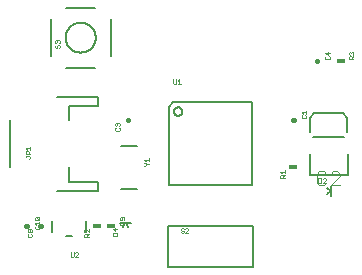
<source format=gbr>
G04 EAGLE Gerber RS-274X export*
G75*
%MOMM*%
%FSLAX34Y34*%
%LPD*%
%INSilkscreen Top*%
%IPPOS*%
%AMOC8*
5,1,8,0,0,1.08239X$1,22.5*%
G01*
%ADD10C,0.152400*%
%ADD11C,0.025400*%
%ADD12C,0.203200*%
%ADD13R,0.711200X0.406400*%
%ADD14C,0.406400*%
%ADD15C,0.101600*%


D10*
X35050Y35050D02*
X35050Y-35050D01*
X-35050Y-35050D01*
X-35050Y31500D01*
X-31500Y35050D02*
X35050Y35050D01*
X-31500Y35050D02*
X-35050Y31500D01*
X-31024Y27432D02*
X-31022Y27551D01*
X-31016Y27671D01*
X-31006Y27790D01*
X-30992Y27908D01*
X-30974Y28026D01*
X-30953Y28144D01*
X-30927Y28260D01*
X-30898Y28376D01*
X-30864Y28491D01*
X-30827Y28604D01*
X-30786Y28716D01*
X-30742Y28827D01*
X-30694Y28937D01*
X-30642Y29044D01*
X-30587Y29150D01*
X-30528Y29254D01*
X-30465Y29356D01*
X-30400Y29455D01*
X-30331Y29553D01*
X-30259Y29648D01*
X-30184Y29741D01*
X-30105Y29831D01*
X-30024Y29919D01*
X-29940Y30003D01*
X-29853Y30085D01*
X-29764Y30164D01*
X-29672Y30240D01*
X-29577Y30313D01*
X-29480Y30383D01*
X-29381Y30449D01*
X-29279Y30512D01*
X-29176Y30572D01*
X-29071Y30628D01*
X-28964Y30681D01*
X-28855Y30730D01*
X-28744Y30776D01*
X-28632Y30817D01*
X-28519Y30855D01*
X-28405Y30890D01*
X-28289Y30920D01*
X-28173Y30947D01*
X-28056Y30969D01*
X-27938Y30988D01*
X-27819Y31003D01*
X-27700Y31014D01*
X-27581Y31021D01*
X-27462Y31024D01*
X-27342Y31023D01*
X-27223Y31018D01*
X-27104Y31009D01*
X-26985Y30996D01*
X-26867Y30979D01*
X-26750Y30959D01*
X-26633Y30934D01*
X-26517Y30905D01*
X-26402Y30873D01*
X-26288Y30837D01*
X-26175Y30797D01*
X-26064Y30753D01*
X-25955Y30706D01*
X-25847Y30655D01*
X-25740Y30601D01*
X-25636Y30543D01*
X-25534Y30481D01*
X-25433Y30417D01*
X-25335Y30348D01*
X-25239Y30277D01*
X-25146Y30203D01*
X-25055Y30125D01*
X-24967Y30045D01*
X-24882Y29961D01*
X-24799Y29875D01*
X-24719Y29786D01*
X-24642Y29695D01*
X-24569Y29601D01*
X-24498Y29504D01*
X-24431Y29406D01*
X-24367Y29305D01*
X-24306Y29202D01*
X-24249Y29097D01*
X-24196Y28991D01*
X-24146Y28882D01*
X-24099Y28772D01*
X-24057Y28661D01*
X-24018Y28548D01*
X-23982Y28434D01*
X-23951Y28318D01*
X-23924Y28202D01*
X-23900Y28085D01*
X-23880Y27967D01*
X-23864Y27849D01*
X-23852Y27730D01*
X-23844Y27611D01*
X-23840Y27492D01*
X-23840Y27372D01*
X-23844Y27253D01*
X-23852Y27134D01*
X-23864Y27015D01*
X-23880Y26897D01*
X-23900Y26779D01*
X-23924Y26662D01*
X-23951Y26546D01*
X-23982Y26430D01*
X-24018Y26316D01*
X-24057Y26203D01*
X-24099Y26092D01*
X-24146Y25982D01*
X-24196Y25873D01*
X-24249Y25767D01*
X-24306Y25662D01*
X-24367Y25559D01*
X-24431Y25458D01*
X-24498Y25360D01*
X-24569Y25263D01*
X-24642Y25169D01*
X-24719Y25078D01*
X-24799Y24989D01*
X-24882Y24903D01*
X-24967Y24819D01*
X-25055Y24739D01*
X-25146Y24661D01*
X-25239Y24587D01*
X-25335Y24516D01*
X-25433Y24447D01*
X-25534Y24383D01*
X-25636Y24321D01*
X-25740Y24263D01*
X-25847Y24209D01*
X-25955Y24158D01*
X-26064Y24111D01*
X-26175Y24067D01*
X-26288Y24027D01*
X-26402Y23991D01*
X-26517Y23959D01*
X-26633Y23930D01*
X-26750Y23905D01*
X-26867Y23885D01*
X-26985Y23868D01*
X-27104Y23855D01*
X-27223Y23846D01*
X-27342Y23841D01*
X-27462Y23840D01*
X-27581Y23843D01*
X-27700Y23850D01*
X-27819Y23861D01*
X-27938Y23876D01*
X-28056Y23895D01*
X-28173Y23917D01*
X-28289Y23944D01*
X-28405Y23974D01*
X-28519Y24009D01*
X-28632Y24047D01*
X-28744Y24088D01*
X-28855Y24134D01*
X-28964Y24183D01*
X-29071Y24236D01*
X-29176Y24292D01*
X-29279Y24352D01*
X-29381Y24415D01*
X-29480Y24481D01*
X-29577Y24551D01*
X-29672Y24624D01*
X-29764Y24700D01*
X-29853Y24779D01*
X-29940Y24861D01*
X-30024Y24945D01*
X-30105Y25033D01*
X-30184Y25123D01*
X-30259Y25216D01*
X-30331Y25311D01*
X-30400Y25409D01*
X-30465Y25508D01*
X-30528Y25610D01*
X-30587Y25714D01*
X-30642Y25820D01*
X-30694Y25927D01*
X-30742Y26037D01*
X-30786Y26148D01*
X-30827Y26260D01*
X-30864Y26373D01*
X-30898Y26488D01*
X-30927Y26604D01*
X-30953Y26720D01*
X-30974Y26838D01*
X-30992Y26956D01*
X-31006Y27074D01*
X-31016Y27193D01*
X-31022Y27313D01*
X-31024Y27432D01*
D11*
X-31623Y51563D02*
X-31623Y54740D01*
X-31623Y51563D02*
X-30987Y50927D01*
X-29716Y50927D01*
X-29081Y51563D01*
X-29081Y54740D01*
X-27881Y53469D02*
X-26610Y54740D01*
X-26610Y50927D01*
X-27881Y50927D02*
X-25339Y50927D01*
D12*
X101700Y-40000D02*
X101700Y-44600D01*
X101700Y-40000D02*
X101700Y-35400D01*
X101700Y-40000D02*
X98600Y-42338D01*
X101546Y-39746D02*
X98600Y-37816D01*
D11*
X91237Y-32888D02*
X91237Y-29075D01*
X91237Y-32888D02*
X93144Y-32888D01*
X93779Y-32252D01*
X93779Y-29710D01*
X93144Y-29075D01*
X91237Y-29075D01*
X94979Y-32888D02*
X97521Y-32888D01*
X94979Y-32888D02*
X97521Y-30346D01*
X97521Y-29710D01*
X96886Y-29075D01*
X95615Y-29075D01*
X94979Y-29710D01*
D13*
X70000Y-20000D03*
D11*
X62888Y-28763D02*
X59075Y-28763D01*
X59075Y-26856D01*
X59710Y-26221D01*
X60981Y-26221D01*
X61617Y-26856D01*
X61617Y-28763D01*
X61617Y-27492D02*
X62888Y-26221D01*
X60346Y-25021D02*
X59075Y-23750D01*
X62888Y-23750D01*
X62888Y-25021D02*
X62888Y-22479D01*
D13*
X110000Y70000D03*
D11*
X117109Y71533D02*
X120922Y71533D01*
X117109Y71533D02*
X117109Y73439D01*
X117744Y74075D01*
X119015Y74075D01*
X119651Y73439D01*
X119651Y71533D01*
X119651Y72804D02*
X120922Y74075D01*
X117744Y75275D02*
X117109Y75910D01*
X117109Y77182D01*
X117744Y77817D01*
X118380Y77817D01*
X119015Y77182D01*
X119015Y76546D01*
X119015Y77182D02*
X119651Y77817D01*
X120286Y77817D01*
X120922Y77182D01*
X120922Y75910D01*
X120286Y75275D01*
D14*
X70305Y20000D02*
X69695Y20000D01*
D11*
X77109Y23439D02*
X77744Y24075D01*
X77109Y23439D02*
X77109Y22168D01*
X77744Y21533D01*
X80286Y21533D01*
X80922Y22168D01*
X80922Y23439D01*
X80286Y24075D01*
X78380Y25275D02*
X77109Y26546D01*
X80922Y26546D01*
X80922Y25275D02*
X80922Y27817D01*
D12*
X116000Y-9000D02*
X116000Y-26000D01*
X84500Y-26000D01*
X84500Y-9000D01*
X115500Y10000D02*
X115500Y22000D01*
X112000Y26000D01*
X87500Y26000D01*
X84500Y22000D01*
X84500Y10000D01*
X84500Y22000D01*
X86890Y6090D02*
X112860Y6090D01*
D15*
X95667Y-23198D02*
X97616Y-25147D01*
X95667Y-23198D02*
X91769Y-23198D01*
X89820Y-25147D01*
X89820Y-32943D01*
X91769Y-34892D01*
X95667Y-34892D01*
X97616Y-32943D01*
X101514Y-34892D02*
X109310Y-34892D01*
X101514Y-34892D02*
X109310Y-27096D01*
X109310Y-25147D01*
X107361Y-23198D01*
X103463Y-23198D01*
X101514Y-25147D01*
D14*
X-69695Y20000D02*
X-70305Y20000D01*
D11*
X-80290Y13779D02*
X-80925Y13144D01*
X-80925Y11873D01*
X-80290Y11237D01*
X-77748Y11237D01*
X-77112Y11873D01*
X-77112Y13144D01*
X-77748Y13779D01*
X-80290Y14979D02*
X-80925Y15615D01*
X-80925Y16886D01*
X-80290Y17521D01*
X-79654Y17521D01*
X-79019Y16886D01*
X-79019Y16250D01*
X-79019Y16886D02*
X-78383Y17521D01*
X-77748Y17521D01*
X-77112Y16886D01*
X-77112Y15615D01*
X-77748Y14979D01*
D12*
X-75500Y-38000D02*
X-62500Y-38000D01*
X-62500Y-2000D02*
X-75500Y-2000D01*
D11*
X-56176Y-18467D02*
X-55541Y-18467D01*
X-54270Y-17196D01*
X-55541Y-15925D01*
X-56176Y-15925D01*
X-54270Y-17196D02*
X-52363Y-17196D01*
X-54905Y-14725D02*
X-56176Y-13454D01*
X-52363Y-13454D01*
X-52363Y-14725D02*
X-52363Y-12183D01*
D14*
X89695Y70000D02*
X90305Y70000D01*
D11*
X97109Y73439D02*
X97744Y74075D01*
X97109Y73439D02*
X97109Y72168D01*
X97744Y71533D01*
X100286Y71533D01*
X100922Y72168D01*
X100922Y73439D01*
X100286Y74075D01*
X100922Y77182D02*
X97109Y77182D01*
X99015Y75275D01*
X99015Y77817D01*
D12*
X-95000Y-40000D02*
X-130000Y-40000D01*
X-95000Y-40000D02*
X-95000Y-32000D01*
X-120000Y-32000D01*
X-120000Y-20000D01*
X-120000Y20000D02*
X-120000Y32000D01*
X-95000Y32000D01*
X-95000Y40000D01*
X-130000Y40000D01*
X-170000Y20000D02*
X-170000Y-20000D01*
D11*
X-153463Y-12573D02*
X-152827Y-11937D01*
X-152827Y-11302D01*
X-153463Y-10666D01*
X-156640Y-10666D01*
X-156640Y-10031D02*
X-156640Y-11302D01*
X-156640Y-8831D02*
X-152827Y-8831D01*
X-156640Y-8831D02*
X-156640Y-6924D01*
X-156005Y-6289D01*
X-154734Y-6289D01*
X-154098Y-6924D01*
X-154098Y-8831D01*
X-155369Y-5089D02*
X-156640Y-3818D01*
X-152827Y-3818D01*
X-152827Y-5089D02*
X-152827Y-2547D01*
D12*
X-36000Y-69500D02*
X-36000Y-104500D01*
X36000Y-104500D01*
X36000Y-69500D01*
X-36000Y-69500D01*
D11*
X-23366Y-71630D02*
X-22731Y-72265D01*
X-23366Y-71630D02*
X-24637Y-71630D01*
X-25273Y-72265D01*
X-25273Y-72901D01*
X-24637Y-73536D01*
X-23366Y-73536D01*
X-22731Y-74172D01*
X-22731Y-74807D01*
X-23366Y-75443D01*
X-24637Y-75443D01*
X-25273Y-74807D01*
X-21531Y-75443D02*
X-18989Y-75443D01*
X-21531Y-75443D02*
X-18989Y-72901D01*
X-18989Y-72265D01*
X-19624Y-71630D01*
X-20895Y-71630D01*
X-21531Y-72265D01*
D14*
X-143695Y-70000D02*
X-144305Y-70000D01*
D11*
X-154290Y-76221D02*
X-154925Y-76856D01*
X-154925Y-78127D01*
X-154290Y-78763D01*
X-151748Y-78763D01*
X-151112Y-78127D01*
X-151112Y-76856D01*
X-151748Y-76221D01*
X-151748Y-75021D02*
X-151112Y-74385D01*
X-151112Y-73114D01*
X-151748Y-72479D01*
X-154290Y-72479D01*
X-154925Y-73114D01*
X-154925Y-74385D01*
X-154290Y-75021D01*
X-153654Y-75021D01*
X-153019Y-74385D01*
X-153019Y-72479D01*
D14*
X-155695Y-70000D02*
X-156305Y-70000D01*
D11*
X-148891Y-70303D02*
X-148256Y-69667D01*
X-148891Y-70303D02*
X-148891Y-71574D01*
X-148256Y-72209D01*
X-145714Y-72209D01*
X-145078Y-71574D01*
X-145078Y-70303D01*
X-145714Y-69667D01*
X-147620Y-68467D02*
X-148891Y-67196D01*
X-145078Y-67196D01*
X-145078Y-68467D02*
X-145078Y-65925D01*
X-145714Y-64725D02*
X-148256Y-64725D01*
X-148891Y-64090D01*
X-148891Y-62818D01*
X-148256Y-62183D01*
X-145714Y-62183D01*
X-145078Y-62818D01*
X-145078Y-64090D01*
X-145714Y-64725D01*
X-148256Y-62183D01*
D12*
X-72000Y-67300D02*
X-67400Y-67300D01*
X-72000Y-67300D02*
X-76600Y-67300D01*
X-72000Y-67300D02*
X-69662Y-70400D01*
X-72254Y-67454D02*
X-74184Y-70400D01*
D11*
X-79112Y-77763D02*
X-82925Y-77763D01*
X-79112Y-77763D02*
X-79112Y-75856D01*
X-79748Y-75221D01*
X-82290Y-75221D01*
X-82925Y-75856D01*
X-82925Y-77763D01*
X-82925Y-72114D02*
X-79112Y-72114D01*
X-81019Y-74021D02*
X-82925Y-72114D01*
X-81019Y-71479D02*
X-81019Y-74021D01*
D13*
X-84000Y-70000D03*
D11*
X-76891Y-68467D02*
X-73078Y-68467D01*
X-76891Y-68467D02*
X-76891Y-66561D01*
X-76256Y-65925D01*
X-74985Y-65925D01*
X-74349Y-66561D01*
X-74349Y-68467D01*
X-74349Y-67196D02*
X-73078Y-65925D01*
X-73714Y-64725D02*
X-73078Y-64090D01*
X-73078Y-62818D01*
X-73714Y-62183D01*
X-76256Y-62183D01*
X-76891Y-62818D01*
X-76891Y-64090D01*
X-76256Y-64725D01*
X-75620Y-64725D01*
X-74985Y-64090D01*
X-74985Y-62183D01*
D12*
X-134224Y-65706D02*
X-134224Y-74294D01*
X-105776Y-74294D02*
X-105776Y-65706D01*
X-117316Y-78104D02*
X-122684Y-78104D01*
D11*
X-118467Y-91714D02*
X-118467Y-94891D01*
X-117832Y-95527D01*
X-116561Y-95527D01*
X-115925Y-94891D01*
X-115925Y-91714D01*
X-114725Y-95527D02*
X-112183Y-95527D01*
X-114725Y-95527D02*
X-112183Y-92985D01*
X-112183Y-92349D01*
X-112818Y-91714D01*
X-114090Y-91714D01*
X-114725Y-92349D01*
D12*
X-122700Y64600D02*
X-97600Y64600D01*
X-135400Y74600D02*
X-135400Y105400D01*
X-122400Y115400D02*
X-97600Y115400D01*
X-84600Y105400D02*
X-84600Y74600D01*
X-122700Y90000D02*
X-122696Y90312D01*
X-122685Y90623D01*
X-122666Y90934D01*
X-122639Y91245D01*
X-122604Y91555D01*
X-122563Y91863D01*
X-122513Y92171D01*
X-122456Y92478D01*
X-122391Y92783D01*
X-122319Y93086D01*
X-122240Y93387D01*
X-122153Y93687D01*
X-122059Y93984D01*
X-121958Y94279D01*
X-121849Y94571D01*
X-121733Y94860D01*
X-121610Y95147D01*
X-121481Y95430D01*
X-121344Y95710D01*
X-121200Y95987D01*
X-121050Y96260D01*
X-120893Y96529D01*
X-120730Y96794D01*
X-120560Y97056D01*
X-120383Y97313D01*
X-120201Y97565D01*
X-120012Y97813D01*
X-119817Y98057D01*
X-119617Y98295D01*
X-119410Y98529D01*
X-119198Y98757D01*
X-118980Y98980D01*
X-118757Y99198D01*
X-118529Y99410D01*
X-118295Y99617D01*
X-118057Y99817D01*
X-117813Y100012D01*
X-117565Y100201D01*
X-117313Y100383D01*
X-117056Y100560D01*
X-116794Y100730D01*
X-116529Y100893D01*
X-116260Y101050D01*
X-115987Y101200D01*
X-115710Y101344D01*
X-115430Y101481D01*
X-115147Y101610D01*
X-114860Y101733D01*
X-114571Y101849D01*
X-114279Y101958D01*
X-113984Y102059D01*
X-113687Y102153D01*
X-113387Y102240D01*
X-113086Y102319D01*
X-112783Y102391D01*
X-112478Y102456D01*
X-112171Y102513D01*
X-111863Y102563D01*
X-111555Y102604D01*
X-111245Y102639D01*
X-110934Y102666D01*
X-110623Y102685D01*
X-110312Y102696D01*
X-110000Y102700D01*
X-109688Y102696D01*
X-109377Y102685D01*
X-109066Y102666D01*
X-108755Y102639D01*
X-108445Y102604D01*
X-108137Y102563D01*
X-107829Y102513D01*
X-107522Y102456D01*
X-107217Y102391D01*
X-106914Y102319D01*
X-106613Y102240D01*
X-106313Y102153D01*
X-106016Y102059D01*
X-105721Y101958D01*
X-105429Y101849D01*
X-105140Y101733D01*
X-104853Y101610D01*
X-104570Y101481D01*
X-104290Y101344D01*
X-104013Y101200D01*
X-103740Y101050D01*
X-103471Y100893D01*
X-103206Y100730D01*
X-102944Y100560D01*
X-102687Y100383D01*
X-102435Y100201D01*
X-102187Y100012D01*
X-101943Y99817D01*
X-101705Y99617D01*
X-101471Y99410D01*
X-101243Y99198D01*
X-101020Y98980D01*
X-100802Y98757D01*
X-100590Y98529D01*
X-100383Y98295D01*
X-100183Y98057D01*
X-99988Y97813D01*
X-99799Y97565D01*
X-99617Y97313D01*
X-99440Y97056D01*
X-99270Y96794D01*
X-99107Y96529D01*
X-98950Y96260D01*
X-98800Y95987D01*
X-98656Y95710D01*
X-98519Y95430D01*
X-98390Y95147D01*
X-98267Y94860D01*
X-98151Y94571D01*
X-98042Y94279D01*
X-97941Y93984D01*
X-97847Y93687D01*
X-97760Y93387D01*
X-97681Y93086D01*
X-97609Y92783D01*
X-97544Y92478D01*
X-97487Y92171D01*
X-97437Y91863D01*
X-97396Y91555D01*
X-97361Y91245D01*
X-97334Y90934D01*
X-97315Y90623D01*
X-97304Y90312D01*
X-97300Y90000D01*
X-97304Y89688D01*
X-97315Y89377D01*
X-97334Y89066D01*
X-97361Y88755D01*
X-97396Y88445D01*
X-97437Y88137D01*
X-97487Y87829D01*
X-97544Y87522D01*
X-97609Y87217D01*
X-97681Y86914D01*
X-97760Y86613D01*
X-97847Y86313D01*
X-97941Y86016D01*
X-98042Y85721D01*
X-98151Y85429D01*
X-98267Y85140D01*
X-98390Y84853D01*
X-98519Y84570D01*
X-98656Y84290D01*
X-98800Y84013D01*
X-98950Y83740D01*
X-99107Y83471D01*
X-99270Y83206D01*
X-99440Y82944D01*
X-99617Y82687D01*
X-99799Y82435D01*
X-99988Y82187D01*
X-100183Y81943D01*
X-100383Y81705D01*
X-100590Y81471D01*
X-100802Y81243D01*
X-101020Y81020D01*
X-101243Y80802D01*
X-101471Y80590D01*
X-101705Y80383D01*
X-101943Y80183D01*
X-102187Y79988D01*
X-102435Y79799D01*
X-102687Y79617D01*
X-102944Y79440D01*
X-103206Y79270D01*
X-103471Y79107D01*
X-103740Y78950D01*
X-104013Y78800D01*
X-104290Y78656D01*
X-104570Y78519D01*
X-104853Y78390D01*
X-105140Y78267D01*
X-105429Y78151D01*
X-105721Y78042D01*
X-106016Y77941D01*
X-106313Y77847D01*
X-106613Y77760D01*
X-106914Y77681D01*
X-107217Y77609D01*
X-107522Y77544D01*
X-107829Y77487D01*
X-108137Y77437D01*
X-108445Y77396D01*
X-108755Y77361D01*
X-109066Y77334D01*
X-109377Y77315D01*
X-109688Y77304D01*
X-110000Y77300D01*
X-110312Y77304D01*
X-110623Y77315D01*
X-110934Y77334D01*
X-111245Y77361D01*
X-111555Y77396D01*
X-111863Y77437D01*
X-112171Y77487D01*
X-112478Y77544D01*
X-112783Y77609D01*
X-113086Y77681D01*
X-113387Y77760D01*
X-113687Y77847D01*
X-113984Y77941D01*
X-114279Y78042D01*
X-114571Y78151D01*
X-114860Y78267D01*
X-115147Y78390D01*
X-115430Y78519D01*
X-115710Y78656D01*
X-115987Y78800D01*
X-116260Y78950D01*
X-116529Y79107D01*
X-116794Y79270D01*
X-117056Y79440D01*
X-117313Y79617D01*
X-117565Y79799D01*
X-117813Y79988D01*
X-118057Y80183D01*
X-118295Y80383D01*
X-118529Y80590D01*
X-118757Y80802D01*
X-118980Y81020D01*
X-119198Y81243D01*
X-119410Y81471D01*
X-119617Y81705D01*
X-119817Y81943D01*
X-120012Y82187D01*
X-120201Y82435D01*
X-120383Y82687D01*
X-120560Y82944D01*
X-120730Y83206D01*
X-120893Y83471D01*
X-121050Y83740D01*
X-121200Y84013D01*
X-121344Y84290D01*
X-121481Y84570D01*
X-121610Y84853D01*
X-121733Y85140D01*
X-121849Y85429D01*
X-121958Y85721D01*
X-122059Y86016D01*
X-122153Y86313D01*
X-122240Y86613D01*
X-122319Y86914D01*
X-122391Y87217D01*
X-122456Y87522D01*
X-122513Y87829D01*
X-122563Y88137D01*
X-122604Y88445D01*
X-122639Y88755D01*
X-122666Y89066D01*
X-122685Y89377D01*
X-122696Y89688D01*
X-122700Y90000D01*
D11*
X-131085Y83779D02*
X-131720Y83144D01*
X-131720Y81873D01*
X-131085Y81237D01*
X-130449Y81237D01*
X-129814Y81873D01*
X-129814Y83144D01*
X-129178Y83779D01*
X-128543Y83779D01*
X-127907Y83144D01*
X-127907Y81873D01*
X-128543Y81237D01*
X-131085Y84979D02*
X-131720Y85615D01*
X-131720Y86886D01*
X-131085Y87521D01*
X-130449Y87521D01*
X-129814Y86886D01*
X-129814Y86250D01*
X-129814Y86886D02*
X-129178Y87521D01*
X-128543Y87521D01*
X-127907Y86886D01*
X-127907Y85615D01*
X-128543Y84979D01*
D13*
X-96000Y-70000D03*
D11*
X-103112Y-78763D02*
X-106925Y-78763D01*
X-106925Y-76856D01*
X-106290Y-76221D01*
X-105019Y-76221D01*
X-104383Y-76856D01*
X-104383Y-78763D01*
X-104383Y-77492D02*
X-103112Y-76221D01*
X-103112Y-75021D02*
X-103112Y-72479D01*
X-103112Y-75021D02*
X-105654Y-72479D01*
X-106290Y-72479D01*
X-106925Y-73114D01*
X-106925Y-74385D01*
X-106290Y-75021D01*
M02*

</source>
